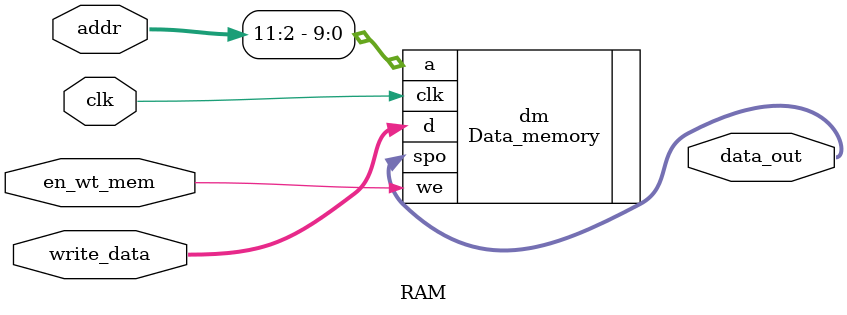
<source format=v>
`timescale 1ns / 1ps

module RAM(
    input wire clk,
    input wire en_wt_mem,
    input wire[31:0] addr,
    input wire[31:0] write_data,

    output wire[31:0] data_out
    );

Data_memory dm(
    .a(addr[11:2]),
    .d(write_data),
    .clk(clk),
    .we(en_wt_mem),
    .spo(data_out)
);

endmodule

</source>
